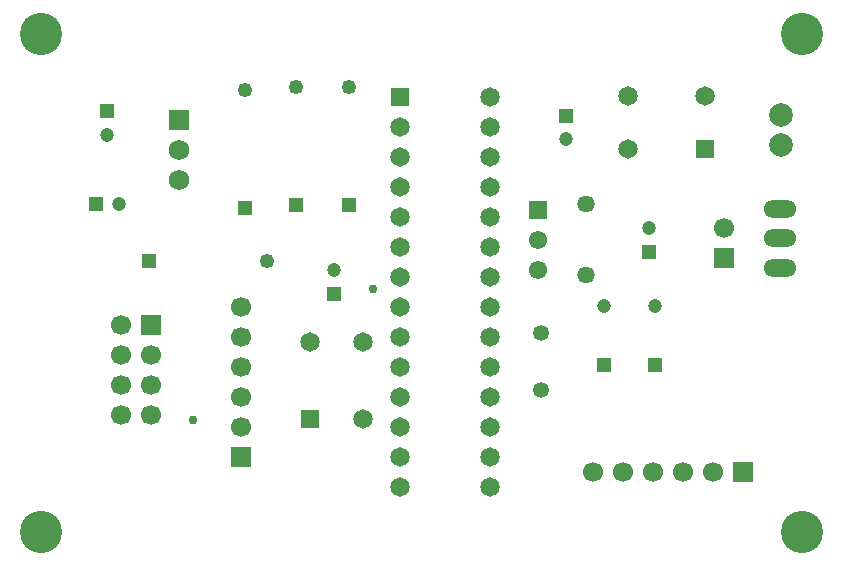
<source format=gbs>
G04*
G04 #@! TF.GenerationSoftware,Altium Limited,Altium Designer,23.1.1 (15)*
G04*
G04 Layer_Color=16711935*
%FSLAX25Y25*%
%MOIN*%
G70*
G04*
G04 #@! TF.SameCoordinates,7FBAD907-ECE7-4216-98B3-75AA29109797*
G04*
G04*
G04 #@! TF.FilePolarity,Negative*
G04*
G01*
G75*
%ADD19R,0.06496X0.06496*%
%ADD20C,0.06496*%
%ADD21C,0.04724*%
%ADD22R,0.04724X0.04724*%
%ADD23C,0.07874*%
%ADD24O,0.10991X0.05791*%
%ADD25R,0.06693X0.06693*%
%ADD26C,0.06693*%
%ADD27C,0.05315*%
%ADD28C,0.14091*%
%ADD29R,0.06102X0.06102*%
%ADD30C,0.06102*%
%ADD31C,0.04921*%
%ADD32R,0.04921X0.04921*%
%ADD33C,0.06890*%
%ADD34R,0.06890X0.06890*%
%ADD35R,0.04724X0.04724*%
%ADD36R,0.04921X0.04921*%
%ADD37R,0.06693X0.06693*%
%ADD38R,0.06496X0.06496*%
%ADD39C,0.05740*%
%ADD40C,0.02953*%
D19*
X235795Y142142D02*
D03*
X134000Y159500D02*
D03*
D20*
X235795Y159858D02*
D03*
X210205D02*
D03*
Y142142D02*
D03*
X134000Y149500D02*
D03*
Y139500D02*
D03*
Y129500D02*
D03*
Y119500D02*
D03*
Y109500D02*
D03*
Y99500D02*
D03*
Y89500D02*
D03*
Y79500D02*
D03*
Y69500D02*
D03*
Y59500D02*
D03*
Y49500D02*
D03*
Y39500D02*
D03*
Y29500D02*
D03*
X164000Y159500D02*
D03*
Y149500D02*
D03*
Y139500D02*
D03*
Y129500D02*
D03*
Y119500D02*
D03*
Y109500D02*
D03*
Y99500D02*
D03*
Y89500D02*
D03*
Y79500D02*
D03*
Y69500D02*
D03*
Y59500D02*
D03*
Y49500D02*
D03*
Y39500D02*
D03*
Y29500D02*
D03*
X121858Y52205D02*
D03*
Y77795D02*
D03*
X104142D02*
D03*
D21*
X189500Y145563D02*
D03*
X112000Y101874D02*
D03*
X219000Y90000D02*
D03*
X36500Y147000D02*
D03*
X40500Y124000D02*
D03*
X202000Y89842D02*
D03*
X217000Y115937D02*
D03*
D22*
X189500Y153437D02*
D03*
X112000Y94000D02*
D03*
X219000Y70315D02*
D03*
X36500Y154874D02*
D03*
X202000Y70157D02*
D03*
X217000Y108063D02*
D03*
D23*
X261000Y143500D02*
D03*
Y153500D02*
D03*
D24*
X260605Y102653D02*
D03*
Y112495D02*
D03*
Y122338D02*
D03*
D25*
X81000Y39500D02*
D03*
X51000Y83500D02*
D03*
X242000Y106000D02*
D03*
D26*
X81000Y49500D02*
D03*
Y89500D02*
D03*
Y79500D02*
D03*
Y69500D02*
D03*
Y59500D02*
D03*
X51000Y73500D02*
D03*
Y63500D02*
D03*
Y53500D02*
D03*
X41000Y83500D02*
D03*
Y73500D02*
D03*
Y63500D02*
D03*
Y53500D02*
D03*
X242000Y116000D02*
D03*
X228500Y34500D02*
D03*
X218500D02*
D03*
X208500D02*
D03*
X198500D02*
D03*
X238500D02*
D03*
D27*
X181000Y61894D02*
D03*
Y81106D02*
D03*
D28*
X268000Y180500D02*
D03*
Y14500D02*
D03*
X14500D02*
D03*
Y180500D02*
D03*
D29*
X180000Y122000D02*
D03*
D30*
Y112000D02*
D03*
Y102000D02*
D03*
D31*
X117000Y162870D02*
D03*
X99500D02*
D03*
X82500Y161870D02*
D03*
X89685Y105000D02*
D03*
D32*
X117000Y123500D02*
D03*
X99500D02*
D03*
X82500Y122500D02*
D03*
D33*
X60500Y132000D02*
D03*
Y142000D02*
D03*
D34*
Y152000D02*
D03*
D35*
X32626Y124000D02*
D03*
D36*
X50315Y105000D02*
D03*
D37*
X248500Y34500D02*
D03*
D38*
X104142Y52205D02*
D03*
D39*
X196000Y100189D02*
D03*
Y123811D02*
D03*
D40*
X65000Y52000D02*
D03*
X125000Y95500D02*
D03*
M02*

</source>
